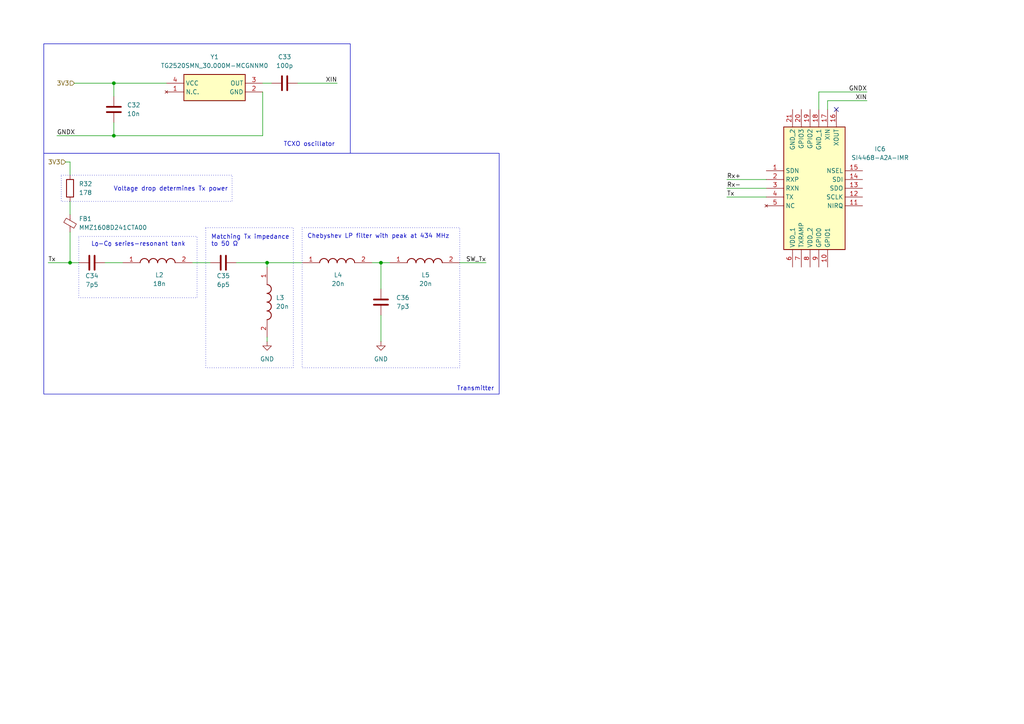
<source format=kicad_sch>
(kicad_sch (version 20231120) (generator "eeschema") (generator_version "8.0")
  (paper "A4")
  (lib_symbols
    (symbol "Device:C" (pin_numbers hide) (pin_names (offset 0.254))
      (property "Reference" "C" (at 0.635 2.54 0))
      (property "Value" "C" (at 0.635 -2.54 0))
      (symbol "C_0_1"
        (polyline (pts (xy -2.032 -0.762) (xy 2.032 -0.762)) (stroke (width 0.508)))
        (polyline (pts (xy -2.032 0.762) (xy 2.032 0.762)) (stroke (width 0.508)))
      )
      (symbol "C_1_1"
        (pin passive line (at 0 3.81 270) (length 2.794) (name "~") (number "1"))
        (pin passive line (at 0 -3.81 90) (length 2.794) (name "~") (number "2"))
      )
    )
    (symbol "Device:FerriteBead_Small" (pin_numbers hide) (pin_names (offset 0))
      (property "Reference" "FB" (at 1.905 1.27 0))
      (property "Value" "FerriteBead_Small" (at 1.905 -1.27 0))
      (symbol "FerriteBead_Small_0_1"
        (polyline (pts (xy 0 -1.27) (xy 0 -0.7874)))
        (polyline (pts (xy 0 0.889) (xy 0 1.2954)))
        (polyline (pts (xy -1.8288 0.2794) (xy -1.1176 1.4986) (xy 1.8288 -0.2032) (xy 1.1176 -1.4224) (xy -1.8288 0.2794)))
      )
      (symbol "FerriteBead_Small_1_1"
        (pin passive line (at 0 2.54 270) (length 1.27) (name "~") (number "1"))
        (pin passive line (at 0 -2.54 90) (length 1.27) (name "~") (number "2"))
      )
    )
    (symbol "Device:R" (pin_numbers hide) (pin_names (offset 0))
      (property "Reference" "R" (at 2.032 0 90))
      (property "Value" "R" (at 0 0 90))
      (symbol "R_0_1"
        (rectangle (start -1.016 -2.54) (end 1.016 2.54) (stroke (width 0.254)))
      )
      (symbol "R_1_1"
        (pin passive line (at 0 3.81 270) (length 1.27) (name "~") (number "1"))
        (pin passive line (at 0 -3.81 90) (length 1.27) (name "~") (number "2"))
      )
    )
    (symbol "SamacSys_Parts:LQW15AN20NG00D" (pin_names hide)
      (property "Reference" "L" (at 16.51 6.35 0))
      (property "Value" "LQW15AN20NG00D" (at 16.51 3.81 0))
      (symbol "LQW15AN20NG00D_1_1"
        (arc (start 7.62 0) (mid 6.35 1.219) (end 5.08 0) (stroke (width 0.254)))
        (arc (start 10.16 0) (mid 8.89 1.219) (end 7.62 0) (stroke (width 0.254)))
        (arc (start 12.7 0) (mid 11.43 1.219) (end 10.16 0) (stroke (width 0.254)))
        (arc (start 15.24 0) (mid 13.97 1.219) (end 12.7 0) (stroke (width 0.254)))
        (pin passive line (at 0 0 0) (length 5.08) (name "1") (number "1"))
        (pin passive line (at 20.32 0 180) (length 5.08) (name "2") (number "2"))
      )
    )
    (symbol "SamacSys_Parts:SI4468-A2A-IMR"
      (property "Reference" "IC" (at 24.13 17.78 0))
      (property "Value" "SI4468-A2A-IMR" (at 24.13 15.24 0))
      (symbol "SI4468-A2A-IMR_1_1"
        (rectangle (start 5.08 12.7) (end 22.86 -22.86) (stroke (width 0.254)) (fill (type background)))
        (pin passive line (at 0 0 0) (length 5.08) (name "SDN") (number "1"))
        (pin passive line (at 17.78 -27.94 90) (length 5.08) (name "GPIO1") (number "10"))
        (pin passive line (at 27.94 -10.16 180) (length 5.08) (name "NIRQ") (number "11"))
        (pin passive line (at 27.94 -7.62 180) (length 5.08) (name "SCLK") (number "12"))
        (pin passive line (at 27.94 -5.08 180) (length 5.08) (name "SDO") (number "13"))
        (pin passive line (at 27.94 -2.54 180) (length 5.08) (name "SDI") (number "14"))
        (pin passive line (at 27.94 0 180) (length 5.08) (name "NSEL") (number "15"))
        (pin passive line (at 20.32 17.78 270) (length 5.08) (name "XOUT") (number "16"))
        (pin passive line (at 17.78 17.78 270) (length 5.08) (name "XIN") (number "17"))
        (pin passive line (at 15.24 17.78 270) (length 5.08) (name "GND_1") (number "18"))
        (pin passive line (at 12.7 17.78 270) (length 5.08) (name "GPIO2") (number "19"))
        (pin passive line (at 0 -2.54 0) (length 5.08) (name "RXP") (number "2"))
        (pin passive line (at 10.16 17.78 270) (length 5.08) (name "GPIO3") (number "20"))
        (pin passive line (at 7.62 17.78 270) (length 5.08) (name "GND_2") (number "21"))
        (pin passive line (at 0 -5.08 0) (length 5.08) (name "RXN") (number "3"))
        (pin passive line (at 0 -7.62 0) (length 5.08) (name "TX") (number "4"))
        (pin no_connect line (at 0 -10.16 0) (length 5.08) (name "NC") (number "5"))
        (pin passive line (at 7.62 -27.94 90) (length 5.08) (name "VDD_1") (number "6"))
        (pin passive line (at 10.16 -27.94 90) (length 5.08) (name "TXRAMP") (number "7"))
        (pin passive line (at 12.7 -27.94 90) (length 5.08) (name "VDD_2") (number "8"))
        (pin passive line (at 15.24 -27.94 90) (length 5.08) (name "GPIO0") (number "9"))
      )
    )
    (symbol "SamacSys_Parts:TG2520SMN_30.000M-MCGNNM0"
      (property "Reference" "Y" (at 24.13 7.62 0))
      (property "Value" "TG2520SMN_30.000M-MCGNNM0" (at 24.13 5.08 0))
      (symbol "TG2520SMN_30.000M-MCGNNM0_1_1"
        (rectangle (start 5.08 2.54) (end 22.86 -5.08) (stroke (width 0.254)) (fill (type background)))
        (pin no_connect line (at 0 -2.54 0) (length 5.08) (name "N.C.") (number "1"))
        (pin passive line (at 27.94 -2.54 180) (length 5.08) (name "GND") (number "2"))
        (pin passive line (at 27.94 0 180) (length 5.08) (name "OUT") (number "3"))
        (pin passive line (at 0 0 0) (length 5.08) (name "VCC") (number "4"))
      )
    )
    (symbol "power:GND" (power) (pin_numbers hide) (pin_names (offset 0) hide)
      (property "Value" "GND" (at 0 -3.81 0))
      (symbol "GND_0_1"
        (polyline (pts (xy 0 0) (xy 0 -1.27) (xy 1.27 -1.27) (xy 0 -2.54) (xy -1.27 -1.27) (xy 0 -1.27)))
      )
      (symbol "GND_1_1"
        (pin power_in line (at 0 0 270) (length 0) (name "~") (number "1"))
      )
    )
  )
  (junction (at 33.02 39.37))
  (junction (at 110.49 76.2))
  (junction (at 33.02 24.13))
  (junction (at 77.47 76.2))
  (junction (at 20.32 76.2))
  (no_connect (at 242.57 31.75))
  (wire (pts (xy 33.02 24.13) (xy 48.26 24.13)))
  (wire (pts (xy 133.35 76.2) (xy 140.97 76.2)))
  (wire (pts (xy 210.82 52.07) (xy 222.25 52.07)))
  (wire (pts (xy 77.47 76.2) (xy 77.47 77.47)))
  (wire (pts (xy 240.03 31.75) (xy 240.03 29.21)))
  (wire (pts (xy 21.59 24.13) (xy 33.02 24.13)))
  (wire (pts (xy 77.47 76.2) (xy 87.63 76.2)))
  (wire (pts (xy 68.58 76.2) (xy 77.47 76.2)))
  (wire (pts (xy 19.05 46.99) (xy 20.32 46.99)))
  (wire (pts (xy 210.82 54.61) (xy 222.25 54.61)))
  (wire (pts (xy 16.51 39.37) (xy 33.02 39.37)))
  (wire (pts (xy 55.88 76.2) (xy 60.96 76.2)))
  (wire (pts (xy 33.02 39.37) (xy 76.2 39.37)))
  (wire (pts (xy 237.49 26.67) (xy 251.46 26.67)))
  (wire (pts (xy 33.02 35.56) (xy 33.02 39.37)))
  (wire (pts (xy 86.36 24.13) (xy 97.79 24.13)))
  (wire (pts (xy 20.32 76.2) (xy 22.86 76.2)))
  (wire (pts (xy 76.2 39.37) (xy 76.2 26.67)))
  (wire (pts (xy 113.03 76.2) (xy 110.49 76.2)))
  (wire (pts (xy 110.49 83.82) (xy 110.49 76.2)))
  (wire (pts (xy 33.02 24.13) (xy 33.02 27.94)))
  (wire (pts (xy 20.32 58.42) (xy 20.32 62.23)))
  (wire (pts (xy 76.2 24.13) (xy 78.74 24.13)))
  (wire (pts (xy 210.82 57.15) (xy 222.25 57.15)))
  (wire (pts (xy 20.32 67.31) (xy 20.32 76.2)))
  (wire (pts (xy 110.49 76.2) (xy 107.95 76.2)))
  (wire (pts (xy 13.97 76.2) (xy 20.32 76.2)))
  (wire (pts (xy 237.49 26.67) (xy 237.49 31.75)))
  (wire (pts (xy 30.48 76.2) (xy 35.56 76.2)))
  (wire (pts (xy 240.03 29.21) (xy 251.46 29.21)))
  (wire (pts (xy 20.32 50.8) (xy 20.32 46.99)))
  (wire (pts (xy 77.47 97.79) (xy 77.47 99.06)))
  (wire (pts (xy 110.49 91.44) (xy 110.49 99.06)))
  (rectangle (start 12.7 44.45) (end 144.78 114.3))
  (rectangle (start 22.86 68.58) (end 57.15 86.36) (stroke (width 0) (type dot)))
  (rectangle (start 17.78 50.8) (end 67.31 58.42) (stroke (width 0) (type dot)))
  (rectangle (start 12.7 12.7) (end 101.6 44.45))
  (rectangle (start 59.69 66.04) (end 85.09 106.68) (stroke (width 0) (type dot)))
  (rectangle (start 87.63 66.04) (end 133.35 106.68) (stroke (width 0) (type dot)))
  (text "Chebyshev LP filter with peak at 434 MHz" (at 109.728 68.58 0) (effects (font (size 1.27 1.27))))
  (text "Voltage drop determines Tx power" (at 49.53 54.864 0) (effects (font (size 1.27 1.27))))
  (text "Transmitter" (at 137.922 112.776 0) (effects (font (size 1.27 1.27))))
  (text "Matching Tx impedance \nto 50 Ω" (at 61.214 69.85 0) (effects (font (size 1.27 1.27)) (justify left)))
  (text "TCXO oscillator " (at 90.17 41.91 0) (effects (font (size 1.27 1.27))))
  (text "L_{0}-C_{0} series-resonant tank" (at 40.132 70.866 0) (effects (font (size 1.27 1.27))))
  (label "Rx+" (at 210.82 52.07 0))
  (label "Tx" (at 210.82 57.15 0))
  (label "SW_Tx" (at 140.97 76.2 180))
  (label "GNDX" (at 251.46 26.67 180))
  (label "XIN" (at 97.79 24.13 180))
  (label "XIN" (at 251.46 29.21 180))
  (label "Tx" (at 13.97 76.2 0))
  (label "GNDX" (at 16.51 39.37 0))
  (label "Rx-" (at 210.82 54.61 0))
  (hierarchical_label "3V3" (shape input) (at 21.59 24.13 180))
  (hierarchical_label "3V3" (shape input) (at 19.05 46.99 180))
  (symbol (lib_id "Device:C") (at 64.77 76.2 90) (unit 1)
    (property "Reference" "C35" (at 64.77 80.01 90))
    (property "Value" "6p5" (at 64.77 82.55 90))
    (property "Description" "Unpolarized capacitor" (effects (hide yes)))
  )
  (symbol (lib_id "SamacSys_Parts:TG2520SMN_30.000M-MCGNNM0") (at 48.26 24.13 0) (unit 1)
    (property "Reference" "Y1" (at 62.23 16.51 0))
    (property "Value" "TG2520SMN_30.000M-MCGNNM0" (at 62.23 19.05 0))
    (property "Footprint" "TG2520SMN30000MMCGNNM0" (effects (hide yes)))
    (property "Datasheet" "https://support.epson.biz/td/api/doc_check.php?dl=brief_TG2520SMN&lang=en" (effects (hide yes)))
    (property "Description" "TCXO Oscillators TCXO 30 MHz, 2.8V 3.3V 0.5PPM -40 85C NON O/E 1K TR" (effects (hide yes)))
    (property "Height" "0.8" (effects (hide yes)))
    (property "Manufacturer_Name" "Epson Timing" (effects (hide yes)))
    (property "Manufacturer_Part_Number" "TG2520SMN 30.000M-MCGNNM0" (effects (hide yes)))
    (property "Mouser Part Number" "732-2520SMN30MCGNNM0" (effects (hide yes)))
    (property "Mouser Price/Stock" "https://www.mouser.co.uk/ProductDetail/Epson-Timing/TG2520SMN-30.000M-MCGNNM0?qs=XAiT9M5g4x8WUmlIG9y14Q%3D%3D" (effects (hide yes)))
  )
  (symbol (lib_id "Device:R") (at 20.32 54.61 0) (unit 1)
    (property "Reference" "R32" (at 22.86 53.3399 0) (effects (justify left)))
    (property "Value" "178" (at 22.86 55.8799 0) (effects (justify left)))
    (property "Footprint" "Resistor_SMD:R_0402_1005Metric" (effects (hide yes)))
    (property "Description" "Resistor" (effects (hide yes)))
  )
  (symbol (lib_id "power:GND") (at 110.49 99.06 0) (unit 1)
    (property "Reference" "#PWR062" (effects (hide yes)))
    (property "Value" "GND" (at 110.49 104.14 0))
    (property "Description" "Power symbol creates a global label with name \"GND\" , ground" (effects (hide yes)))
  )
  (symbol (lib_id "SamacSys_Parts:LQW15AN20NG00D") (at 87.63 76.2 0) (unit 1)
    (property "Reference" "L4" (at 98.044 79.756 0))
    (property "Value" "20n" (at 98.044 82.296 0))
    (property "Footprint" "LQW15CNR20J00B" (effects (hide yes)))
    (property "Datasheet" "https://search.murata.co.jp/Ceramy/image/img/P02/JELF243A-0050.pdf" (effects (hide yes)))
    (property "Description" "Murata LQW15A Series Wire-wound SMD Inductor with a Ferrite Core, 0.02 uH +/-2% 370mA Idc Q:25" (effects (hide yes)))
    (property "Height" "0.6" (effects (hide yes)))
    (property "Manufacturer_Name" "Murata Electronics" (effects (hide yes)))
    (property "Manufacturer_Part_Number" "LQW15AN20NG00D" (effects (hide yes)))
    (property "Mouser Part Number" "81-LQW15AN20NG00D" (effects (hide yes)))
    (property "Mouser Price/Stock" "https://www.mouser.com/Search/Refine.aspx?Keyword=81-LQW15AN20NG00D" (effects (hide yes)))
    (property "Arrow Part Number" "LQW15AN20NG00D" (effects (hide yes)))
    (property "Arrow Price/Stock" "https://www.arrow.com/en/products/lqw15an20ng00d/murata-manufacturing?region=nac" (effects (hide yes)))
  )
  (symbol (lib_id "Device:C") (at 26.67 76.2 90) (unit 1)
    (property "Reference" "C34" (at 26.67 80.01 90))
    (property "Value" "7p5" (at 26.67 82.55 90))
    (property "Description" "Unpolarized capacitor" (effects (hide yes)))
  )
  (symbol (lib_id "Device:FerriteBead_Small") (at 20.32 64.77 0) (unit 1)
    (property "Reference" "FB1" (at 22.86 63.4618 0) (effects (justify left)))
    (property "Value" "MMZ1608D241CTA00" (at 22.86 66.0018 0) (effects (justify left)))
    (property "Footprint" "SamacSys_Parts:BEADC1608X95N" (effects (hide yes)))
    (property "Description" "Ferrite bead, small symbol" (effects (hide yes)))
  )
  (symbol (lib_id "Device:C") (at 82.55 24.13 90) (unit 1)
    (property "Reference" "C33" (at 82.55 16.51 90))
    (property "Value" "100p" (at 82.55 19.05 90))
    (property "Footprint" "Capacitor_SMD:C_0402_1005Metric" (effects (hide yes)))
    (property "Description" "Unpolarized capacitor" (effects (hide yes)))
  )
  (symbol (lib_id "SamacSys_Parts:LQW15AN20NG00D") (at 77.47 77.47 270) (unit 1)
    (property "Reference" "L3" (at 80.01 86.3599 90) (effects (justify left)))
    (property "Value" "20n" (at 80.01 88.8999 90) (effects (justify left)))
    (property "Footprint" "LQW15CNR20J00B" (effects (hide yes)))
    (property "Datasheet" "https://search.murata.co.jp/Ceramy/image/img/P02/JELF243A-0050.pdf" (effects (hide yes)))
    (property "Description" "Murata LQW15A Series Wire-wound SMD Inductor with a Ferrite Core, 0.02 uH +/-2% 370mA Idc Q:25" (effects (hide yes)))
    (property "Height" "0.6" (effects (hide yes)))
    (property "Manufacturer_Name" "Murata Electronics" (effects (hide yes)))
    (property "Manufacturer_Part_Number" "LQW15AN20NG00D" (effects (hide yes)))
    (property "Mouser Part Number" "81-LQW15AN20NG00D" (effects (hide yes)))
    (property "Mouser Price/Stock" "https://www.mouser.com/Search/Refine.aspx?Keyword=81-LQW15AN20NG00D" (effects (hide yes)))
    (property "Arrow Part Number" "LQW15AN20NG00D" (effects (hide yes)))
    (property "Arrow Price/Stock" "https://www.arrow.com/en/products/lqw15an20ng00d/murata-manufacturing?region=nac" (effects (hide yes)))
  )
  (symbol (lib_id "Device:C") (at 110.49 87.63 180) (unit 1)
    (property "Reference" "C36" (at 116.84 86.36 0))
    (property "Value" "7p3" (at 116.84 88.9 0))
    (property "Description" "Unpolarized capacitor" (effects (hide yes)))
  )
  (symbol (lib_id "Device:C") (at 33.02 31.75 0) (unit 1)
    (property "Reference" "C32" (at 36.83 30.4799 0) (effects (justify left)))
    (property "Value" "10n" (at 36.83 33.0199 0) (effects (justify left)))
    (property "Footprint" "Capacitor_SMD:C_0402_1005Metric" (effects (hide yes)))
    (property "Description" "Unpolarized capacitor" (effects (hide yes)))
  )
  (symbol (lib_id "SamacSys_Parts:LQW15AN20NG00D") (at 35.56 76.2 0) (unit 1)
    (property "Reference" "L2" (at 46.228 79.756 0))
    (property "Value" "18n" (at 46.228 82.296 0))
    (property "Footprint" "LQW15CNR20J00B" (effects (hide yes)))
    (property "Datasheet" "https://search.murata.co.jp/Ceramy/image/img/P02/JELF243A-0050.pdf" (effects (hide yes)))
    (property "Description" "Murata LQW15A Series Wire-wound SMD Inductor with a Ferrite Core, 0.02 uH +/-2% 370mA Idc Q:25" (effects (hide yes)))
    (property "Height" "0.6" (effects (hide yes)))
    (property "Manufacturer_Name" "Murata Electronics" (effects (hide yes)))
    (property "Manufacturer_Part_Number" "LQW15AN20NG00D" (effects (hide yes)))
    (property "Mouser Part Number" "81-LQW15AN20NG00D" (effects (hide yes)))
    (property "Mouser Price/Stock" "https://www.mouser.com/Search/Refine.aspx?Keyword=81-LQW15AN20NG00D" (effects (hide yes)))
    (property "Arrow Part Number" "LQW15AN20NG00D" (effects (hide yes)))
    (property "Arrow Price/Stock" "https://www.arrow.com/en/products/lqw15an20ng00d/murata-manufacturing?region=nac" (effects (hide yes)))
  )
  (symbol (lib_id "SamacSys_Parts:SI4468-A2A-IMR") (at 222.25 49.53 0) (unit 1)
    (property "Reference" "IC6" (at 255.27 43.2114 0))
    (property "Value" "SI4468-A2A-IMR" (at 255.27 45.7514 0))
    (property "Footprint" "QFN50P400X400X90-21N" (effects (hide yes)))
    (property "Datasheet" "https://www.silabs.com/documents/public/data-sheets/Si4468-7.pdf" (effects (hide yes)))
    (property "Description" "RF Transceiver TXRX SubG +20dBm" (effects (hide yes)))
    (property "Height" "0.9" (effects (hide yes)))
    (property "Manufacturer_Name" "Silicon Labs" (effects (hide yes)))
    (property "Manufacturer_Part_Number" "SI4468-A2A-IMR" (effects (hide yes)))
    (property "Mouser Part Number" "634-SI4468-A2A-IMR" (effects (hide yes)))
    (property "Mouser Price/Stock" "https://www.mouser.co.uk/ProductDetail/Silicon-Labs/SI4468-A2A-IMR?qs=j6MGy4L9yX2L37vAp3Cy6g%3D%3D" (effects (hide yes)))
    (property "Arrow Part Number" "SI4468-A2A-IMR" (effects (hide yes)))
    (property "Arrow Price/Stock" "https://www.arrow.com/en/products/si4468-a2a-imr/silicon-labs" (effects (hide yes)))
  )
  (symbol (lib_id "power:GND") (at 77.47 99.06 0) (unit 1)
    (property "Reference" "#PWR061" (effects (hide yes)))
    (property "Value" "GND" (at 77.47 104.14 0))
    (property "Description" "Power symbol creates a global label with name \"GND\" , ground" (effects (hide yes)))
  )
  (symbol (lib_id "SamacSys_Parts:LQW15AN20NG00D") (at 113.03 76.2 0) (unit 1)
    (property "Reference" "L5" (at 123.444 79.756 0))
    (property "Value" "20n" (at 123.444 82.296 0))
    (property "Footprint" "LQW15CNR20J00B" (effects (hide yes)))
    (property "Datasheet" "https://search.murata.co.jp/Ceramy/image/img/P02/JELF243A-0050.pdf" (effects (hide yes)))
    (property "Description" "Murata LQW15A Series Wire-wound SMD Inductor with a Ferrite Core, 0.02 uH +/-2% 370mA Idc Q:25" (effects (hide yes)))
    (property "Height" "0.6" (effects (hide yes)))
    (property "Manufacturer_Name" "Murata Electronics" (effects (hide yes)))
    (property "Manufacturer_Part_Number" "LQW15AN20NG00D" (effects (hide yes)))
    (property "Mouser Part Number" "81-LQW15AN20NG00D" (effects (hide yes)))
    (property "Mouser Price/Stock" "https://www.mouser.com/Search/Refine.aspx?Keyword=81-LQW15AN20NG00D" (effects (hide yes)))
    (property "Arrow Part Number" "LQW15AN20NG00D" (effects (hide yes)))
    (property "Arrow Price/Stock" "https://www.arrow.com/en/products/lqw15an20ng00d/murata-manufacturing?region=nac" (effects (hide yes)))
  )
)
</source>
